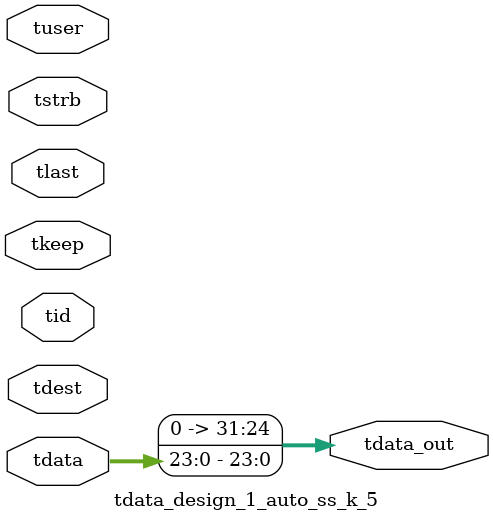
<source format=v>


`timescale 1ps/1ps

module tdata_design_1_auto_ss_k_5 #
(
parameter C_S_AXIS_TDATA_WIDTH = 32,
parameter C_S_AXIS_TUSER_WIDTH = 0,
parameter C_S_AXIS_TID_WIDTH   = 0,
parameter C_S_AXIS_TDEST_WIDTH = 0,
parameter C_M_AXIS_TDATA_WIDTH = 32
)
(
input  [(C_S_AXIS_TDATA_WIDTH == 0 ? 1 : C_S_AXIS_TDATA_WIDTH)-1:0     ] tdata,
input  [(C_S_AXIS_TUSER_WIDTH == 0 ? 1 : C_S_AXIS_TUSER_WIDTH)-1:0     ] tuser,
input  [(C_S_AXIS_TID_WIDTH   == 0 ? 1 : C_S_AXIS_TID_WIDTH)-1:0       ] tid,
input  [(C_S_AXIS_TDEST_WIDTH == 0 ? 1 : C_S_AXIS_TDEST_WIDTH)-1:0     ] tdest,
input  [(C_S_AXIS_TDATA_WIDTH/8)-1:0 ] tkeep,
input  [(C_S_AXIS_TDATA_WIDTH/8)-1:0 ] tstrb,
input                                                                    tlast,
output [C_M_AXIS_TDATA_WIDTH-1:0] tdata_out
);

assign tdata_out = {tdata[23:0]};

endmodule


</source>
